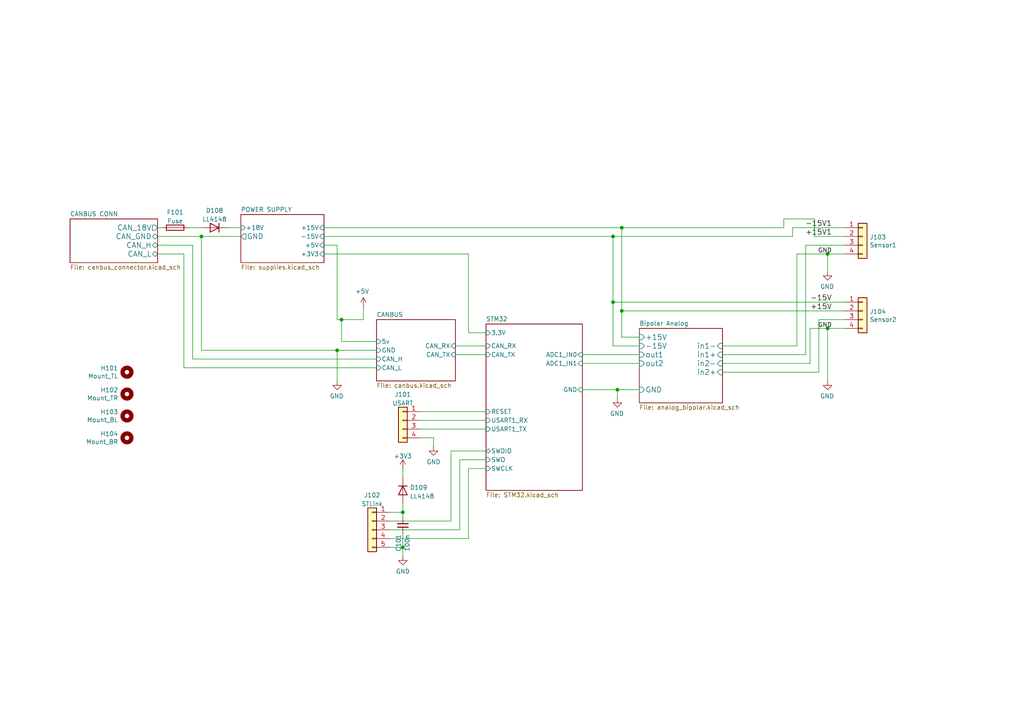
<source format=kicad_sch>
(kicad_sch (version 20211123) (generator eeschema)
  (paper "A4")
  (lib_symbols
    (symbol "Connector_Generic:Conn_01x04" (pin_names (offset 1.016) hide)
      (property "Reference" "J" (at 0 5.08 0))
      (property "Value" "Conn_01x04" (at 0 -7.62 0))
      (symbol "Conn_01x04_1_1"
        (rectangle (start -1.27 -4.953) (end 0 -5.207) (stroke (width 0.1524)))
        (rectangle (start -1.27 -2.413) (end 0 -2.667) (stroke (width 0.1524)))
        (rectangle (start -1.27 0.127) (end 0 -0.127) (stroke (width 0.1524)))
        (rectangle (start -1.27 2.667) (end 0 2.413) (stroke (width 0.1524)))
        (rectangle (start -1.27 3.81) (end 1.27 -6.35) (stroke (width 0.254)) (fill (type background)))
        (pin passive line (at -5.08 2.54 0) (length 3.81) (name "Pin_1") (number "1"))
        (pin passive line (at -5.08 0 0) (length 3.81) (name "Pin_2") (number "2"))
        (pin passive line (at -5.08 -2.54 0) (length 3.81) (name "Pin_3") (number "3"))
        (pin passive line (at -5.08 -5.08 0) (length 3.81) (name "Pin_4") (number "4"))
      )
    )
    (symbol "Connector_Generic:Conn_01x05" (pin_names (offset 1.016) hide)
      (property "Reference" "J" (at 0 7.62 0))
      (property "Value" "Conn_01x05" (at 0 -7.62 0))
      (symbol "Conn_01x05_1_1"
        (rectangle (start -1.27 -4.953) (end 0 -5.207) (stroke (width 0.1524)))
        (rectangle (start -1.27 -2.413) (end 0 -2.667) (stroke (width 0.1524)))
        (rectangle (start -1.27 0.127) (end 0 -0.127) (stroke (width 0.1524)))
        (rectangle (start -1.27 2.667) (end 0 2.413) (stroke (width 0.1524)))
        (rectangle (start -1.27 5.207) (end 0 4.953) (stroke (width 0.1524)))
        (rectangle (start -1.27 6.35) (end 1.27 -6.35) (stroke (width 0.254)) (fill (type background)))
        (pin passive line (at -5.08 5.08 0) (length 3.81) (name "Pin_1") (number "1"))
        (pin passive line (at -5.08 2.54 0) (length 3.81) (name "Pin_2") (number "2"))
        (pin passive line (at -5.08 0 0) (length 3.81) (name "Pin_3") (number "3"))
        (pin passive line (at -5.08 -2.54 0) (length 3.81) (name "Pin_4") (number "4"))
        (pin passive line (at -5.08 -5.08 0) (length 3.81) (name "Pin_5") (number "5"))
      )
    )
    (symbol "Device:C_Small" (pin_numbers hide) (pin_names (offset 0.254) hide)
      (property "Reference" "C" (at 0.254 1.778 0))
      (property "Value" "C_Small" (at 0.254 -2.032 0))
      (symbol "C_Small_0_1"
        (polyline (pts (xy -1.524 -0.508) (xy 1.524 -0.508)) (stroke (width 0.3302)))
        (polyline (pts (xy -1.524 0.508) (xy 1.524 0.508)) (stroke (width 0.3048)))
      )
      (symbol "C_Small_1_1"
        (pin passive line (at 0 2.54 270) (length 2.032) (name "~") (number "1"))
        (pin passive line (at 0 -2.54 90) (length 2.032) (name "~") (number "2"))
      )
    )
    (symbol "Device:Fuse" (pin_numbers hide) (pin_names (offset 0))
      (property "Reference" "F" (at 2.032 0 90))
      (property "Value" "Fuse" (at -1.905 0 90))
      (symbol "Fuse_0_1"
        (rectangle (start -0.762 -2.54) (end 0.762 2.54) (stroke (width 0.254)))
        (polyline (pts (xy 0 2.54) (xy 0 -2.54)))
      )
      (symbol "Fuse_1_1"
        (pin passive line (at 0 3.81 270) (length 1.27) (name "~") (number "1"))
        (pin passive line (at 0 -3.81 90) (length 1.27) (name "~") (number "2"))
      )
    )
    (symbol "Diode:LL4148" (pin_numbers hide) (pin_names (offset 1.016) hide)
      (property "Reference" "D" (at 0 2.54 0))
      (property "Value" "LL4148" (at 0 -2.54 0))
      (symbol "LL4148_0_1"
        (polyline (pts (xy -1.27 1.27) (xy -1.27 -1.27)) (stroke (width 0.254)))
        (polyline (pts (xy 1.27 0) (xy -1.27 0)))
        (polyline (pts (xy 1.27 1.27) (xy 1.27 -1.27) (xy -1.27 0) (xy 1.27 1.27)) (stroke (width 0.254)))
      )
      (symbol "LL4148_1_1"
        (pin passive line (at -3.81 0 0) (length 2.54) (name "K") (number "1"))
        (pin passive line (at 3.81 0 180) (length 2.54) (name "A") (number "2"))
      )
    )
    (symbol "Mechanical:MountingHole" (pin_names (offset 1.016))
      (property "Reference" "H" (at 0 5.08 0))
      (property "Value" "MountingHole" (at 0 3.175 0))
      (symbol "MountingHole_0_1"
        (circle (center 0 0) (radius 1.27) (stroke (width 1.27)))
      )
    )
    (symbol "power:+3.3V" (power) (pin_names (offset 0))
      (property "Value" "+3.3V" (at 0 3.556 0))
      (symbol "+3.3V_0_1"
        (polyline (pts (xy -0.762 1.27) (xy 0 2.54)))
        (polyline (pts (xy 0 0) (xy 0 2.54)))
        (polyline (pts (xy 0 2.54) (xy 0.762 1.27)))
      )
      (symbol "+3.3V_1_1"
        (pin power_in line (at 0 0 90) (length 0) hide (name "+3V3") (number "1"))
      )
    )
    (symbol "power:+5V" (power) (pin_names (offset 0))
      (property "Value" "+5V" (at 0 3.556 0))
      (symbol "+5V_0_1"
        (polyline (pts (xy -0.762 1.27) (xy 0 2.54)))
        (polyline (pts (xy 0 0) (xy 0 2.54)))
        (polyline (pts (xy 0 2.54) (xy 0.762 1.27)))
      )
      (symbol "+5V_1_1"
        (pin power_in line (at 0 0 90) (length 0) hide (name "+5V") (number "1"))
      )
    )
    (symbol "power:GND" (power) (pin_names (offset 0))
      (property "Value" "GND" (at 0 -3.81 0))
      (symbol "GND_0_1"
        (polyline (pts (xy 0 0) (xy 0 -1.27) (xy 1.27 -1.27) (xy 0 -2.54) (xy -1.27 -1.27) (xy 0 -1.27)))
      )
      (symbol "GND_1_1"
        (pin power_in line (at 0 0 270) (length 0) hide (name "GND") (number "1"))
      )
    )
  )
  (junction (at 180.34 90.17))
  (junction (at 177.8 68.58))
  (junction (at 99.06 92.71))
  (junction (at 240.03 95.25))
  (junction (at 116.84 148.59))
  (junction (at 240.03 73.66))
  (junction (at 97.79 101.6))
  (junction (at 179.07 113.03))
  (junction (at 180.34 66.04))
  (junction (at 116.84 158.75))
  (junction (at 58.42 68.58))
  (junction (at 177.8 87.63))
  (wire (pts (xy 53.34 106.68) (xy 109.22 106.68)))
  (wire (pts (xy 130.81 151.13) (xy 113.03 151.13)))
  (wire (pts (xy 105.41 88.9) (xy 105.41 92.71)))
  (wire (pts (xy 116.84 146.05) (xy 116.84 148.59)))
  (wire (pts (xy 116.84 135.89) (xy 116.84 138.43)))
  (wire (pts (xy 121.92 124.46) (xy 140.97 124.46)))
  (wire (pts (xy 233.68 102.87) (xy 209.55 102.87)))
  (wire (pts (xy 132.08 102.87) (xy 140.97 102.87)))
  (wire (pts (xy 130.81 130.81) (xy 130.81 151.13)))
  (wire (pts (xy 116.84 154.94) (xy 116.84 158.75)))
  (wire (pts (xy 93.98 73.66) (xy 135.89 73.66)))
  (wire (pts (xy 55.88 71.12) (xy 55.88 104.14)))
  (wire (pts (xy 236.22 68.58) (xy 236.22 63.5)))
  (wire (pts (xy 180.34 90.17) (xy 180.34 97.79)))
  (wire (pts (xy 233.68 71.12) (xy 233.68 102.87)))
  (wire (pts (xy 227.33 66.04) (xy 180.34 66.04)))
  (wire (pts (xy 180.34 97.79) (xy 185.42 97.79)))
  (wire (pts (xy 45.72 73.66) (xy 53.34 73.66)))
  (wire (pts (xy 185.42 113.03) (xy 179.07 113.03)))
  (wire (pts (xy 121.92 119.38) (xy 140.97 119.38)))
  (wire (pts (xy 97.79 101.6) (xy 97.79 110.49)))
  (wire (pts (xy 93.98 66.04) (xy 180.34 66.04)))
  (wire (pts (xy 245.11 68.58) (xy 236.22 68.58)))
  (wire (pts (xy 229.87 68.58) (xy 229.87 66.04)))
  (wire (pts (xy 177.8 68.58) (xy 177.8 87.63)))
  (wire (pts (xy 231.14 100.33) (xy 209.55 100.33)))
  (wire (pts (xy 132.08 100.33) (xy 140.97 100.33)))
  (wire (pts (xy 99.06 99.06) (xy 109.22 99.06)))
  (wire (pts (xy 245.11 90.17) (xy 180.34 90.17)))
  (wire (pts (xy 58.42 68.58) (xy 45.72 68.58)))
  (wire (pts (xy 237.49 92.71) (xy 237.49 107.95)))
  (wire (pts (xy 99.06 92.71) (xy 97.79 92.71)))
  (wire (pts (xy 240.03 110.49) (xy 240.03 95.25)))
  (wire (pts (xy 240.03 73.66) (xy 240.03 78.74)))
  (wire (pts (xy 245.11 71.12) (xy 233.68 71.12)))
  (wire (pts (xy 168.91 113.03) (xy 179.07 113.03)))
  (wire (pts (xy 234.95 95.25) (xy 234.95 105.41)))
  (wire (pts (xy 53.34 73.66) (xy 53.34 106.68)))
  (wire (pts (xy 135.89 96.52) (xy 140.97 96.52)))
  (wire (pts (xy 236.22 63.5) (xy 227.33 63.5)))
  (wire (pts (xy 237.49 107.95) (xy 209.55 107.95)))
  (wire (pts (xy 97.79 101.6) (xy 58.42 101.6)))
  (wire (pts (xy 113.03 156.21) (xy 135.89 156.21)))
  (wire (pts (xy 234.95 105.41) (xy 209.55 105.41)))
  (wire (pts (xy 69.85 68.58) (xy 58.42 68.58)))
  (wire (pts (xy 55.88 71.12) (xy 45.72 71.12)))
  (wire (pts (xy 93.98 71.12) (xy 97.79 71.12)))
  (wire (pts (xy 46.99 66.04) (xy 45.72 66.04)))
  (wire (pts (xy 229.87 66.04) (xy 245.11 66.04)))
  (wire (pts (xy 240.03 73.66) (xy 231.14 73.66)))
  (wire (pts (xy 245.11 92.71) (xy 237.49 92.71)))
  (wire (pts (xy 231.14 73.66) (xy 231.14 100.33)))
  (wire (pts (xy 54.61 66.04) (xy 58.42 66.04)))
  (wire (pts (xy 168.91 102.87) (xy 185.42 102.87)))
  (wire (pts (xy 125.73 127) (xy 125.73 129.54)))
  (wire (pts (xy 135.89 135.89) (xy 135.89 156.21)))
  (wire (pts (xy 121.92 121.92) (xy 140.97 121.92)))
  (wire (pts (xy 121.92 127) (xy 125.73 127)))
  (wire (pts (xy 116.84 148.59) (xy 116.84 149.86)))
  (wire (pts (xy 93.98 68.58) (xy 177.8 68.58)))
  (wire (pts (xy 130.81 130.81) (xy 140.97 130.81)))
  (wire (pts (xy 240.03 95.25) (xy 234.95 95.25)))
  (wire (pts (xy 133.35 153.67) (xy 113.03 153.67)))
  (wire (pts (xy 245.11 73.66) (xy 240.03 73.66)))
  (wire (pts (xy 135.89 73.66) (xy 135.89 96.52)))
  (wire (pts (xy 97.79 92.71) (xy 97.79 71.12)))
  (wire (pts (xy 99.06 92.71) (xy 99.06 99.06)))
  (wire (pts (xy 180.34 66.04) (xy 180.34 90.17)))
  (wire (pts (xy 227.33 63.5) (xy 227.33 66.04)))
  (wire (pts (xy 116.84 158.75) (xy 116.84 161.29)))
  (wire (pts (xy 245.11 95.25) (xy 240.03 95.25)))
  (wire (pts (xy 105.41 92.71) (xy 99.06 92.71)))
  (wire (pts (xy 97.79 101.6) (xy 109.22 101.6)))
  (wire (pts (xy 168.91 105.41) (xy 185.42 105.41)))
  (wire (pts (xy 113.03 148.59) (xy 116.84 148.59)))
  (wire (pts (xy 177.8 87.63) (xy 177.8 100.33)))
  (wire (pts (xy 179.07 115.57) (xy 179.07 113.03)))
  (wire (pts (xy 177.8 100.33) (xy 185.42 100.33)))
  (wire (pts (xy 245.11 87.63) (xy 177.8 87.63)))
  (wire (pts (xy 133.35 133.35) (xy 140.97 133.35)))
  (wire (pts (xy 229.87 68.58) (xy 177.8 68.58)))
  (wire (pts (xy 133.35 133.35) (xy 133.35 153.67)))
  (wire (pts (xy 55.88 104.14) (xy 109.22 104.14)))
  (wire (pts (xy 58.42 101.6) (xy 58.42 68.58)))
  (wire (pts (xy 113.03 158.75) (xy 116.84 158.75)))
  (wire (pts (xy 69.85 66.04) (xy 66.04 66.04)))
  (wire (pts (xy 140.97 135.89) (xy 135.89 135.89)))
  (label "GND" (at 241.3 95.25 180))
  (label "-15V" (at 241.3 87.63 180) (effects (font (size 1.524 1.524))))
  (label "+15V1" (at 241.3 68.58 180) (effects (font (size 1.524 1.524))))
  (label "-15V1" (at 241.3 66.04 180) (effects (font (size 1.524 1.524))))
  (label "GND" (at 241.3 73.66 180))
  (label "+15V" (at 241.3 90.17 180) (effects (font (size 1.524 1.524))))
  (symbol (lib_id "Mechanical:MountingHole") (at 36.83 107.95 0) (mirror y) (unit 1)
    (property "Reference" "H101" (at 34.29 106.7816 0) (effects (justify left)))
    (property "Value" "Mount_TL" (at 34.29 109.093 0) (effects (justify left)))
    (property "Footprint" "MountingHole:MountingHole_3.2mm_M3" (effects hide))
  )
  (symbol (lib_id "Mechanical:MountingHole") (at 36.83 114.3 0) (mirror y) (unit 1)
    (property "Reference" "H102" (at 34.29 113.1316 0) (effects (justify left)))
    (property "Value" "Mount_TR" (at 34.29 115.443 0) (effects (justify left)))
    (property "Footprint" "MountingHole:MountingHole_3.2mm_M3" (effects hide))
  )
  (symbol (lib_id "Mechanical:MountingHole") (at 36.83 120.65 0) (mirror y) (unit 1)
    (property "Reference" "H103" (at 34.29 119.4816 0) (effects (justify left)))
    (property "Value" "Mount_BL" (at 34.29 121.793 0) (effects (justify left)))
    (property "Footprint" "MountingHole:MountingHole_3.2mm_M3" (effects hide))
  )
  (symbol (lib_id "Mechanical:MountingHole") (at 36.83 127 0) (mirror y) (unit 1)
    (property "Reference" "H104" (at 34.29 125.8316 0) (effects (justify left)))
    (property "Value" "Mount_BR" (at 34.29 128.143 0) (effects (justify left)))
    (property "Footprint" "MountingHole:MountingHole_3.2mm_M3" (effects hide))
  )
  (symbol (lib_id "power:GND") (at 179.07 115.57 0) (mirror y) (unit 1)
    (property "Reference" "#PWR0106" (effects hide))
    (property "Value" "GND" (at 178.943 119.9642 0))
  )
  (symbol (lib_id "power:+5V") (at 105.41 88.9 0) (mirror y) (unit 1)
    (property "Reference" "#PWR0102" (effects hide))
    (property "Value" "+5V" (at 105.029 84.5058 0))
  )
  (symbol (lib_id "power:GND") (at 97.79 110.49 0) (mirror y) (unit 1)
    (property "Reference" "#PWR0101" (effects hide))
    (property "Value" "GND" (at 97.663 114.8842 0))
  )
  (symbol (lib_id "power:GND") (at 240.03 110.49 0) (mirror y) (unit 1)
    (property "Reference" "#PWR0108" (effects hide))
    (property "Value" "GND" (at 239.903 114.8842 0))
  )
  (symbol (lib_id "power:GND") (at 240.03 78.74 0) (mirror y) (unit 1)
    (property "Reference" "#PWR0107" (effects hide))
    (property "Value" "GND" (at 239.903 83.1342 0))
  )
  (symbol (lib_id "Connector_Generic:Conn_01x04") (at 250.19 68.58 0) (unit 1)
    (property "Reference" "J103" (at 252.222 68.7832 0) (effects (justify left)))
    (property "Value" "Sensor1" (at 252.222 71.0946 0) (effects (justify left)))
    (property "Footprint" "Connector_Phoenix_MSTB:PhoenixContact_MSTBA_2,5_4-G-5,08_1x04_P5.08mm_Horizontal" (effects hide))
  )
  (symbol (lib_id "Connector_Generic:Conn_01x04") (at 250.19 90.17 0) (unit 1)
    (property "Reference" "J104" (at 252.222 90.3732 0) (effects (justify left)))
    (property "Value" "Sensor2" (at 252.222 92.6846 0) (effects (justify left)))
    (property "Footprint" "Connector_Phoenix_MSTB:PhoenixContact_MSTBA_2,5_4-G-5,08_1x04_P5.08mm_Horizontal" (effects hide))
  )
  (symbol (lib_id "power:GND") (at 125.73 129.54 0) (unit 1)
    (property "Reference" "#PWR0103" (effects hide))
    (property "Value" "GND" (at 125.73 133.9834 0))
  )
  (symbol (lib_id "power:GND") (at 116.84 161.29 0) (unit 1)
    (property "Reference" "#PWR0105" (effects hide))
    (property "Value" "GND" (at 116.84 165.7334 0))
  )
  (symbol (lib_id "Diode:LL4148") (at 116.84 142.24 270) (unit 1)
    (property "Reference" "D109" (at 118.872 141.4053 90) (effects (justify left)))
    (property "Value" "LL4148" (at 118.872 143.9422 90) (effects (justify left)))
    (property "Footprint" "Diode_SMD:D_MiniMELF" (effects hide))
    (property "Datasheet" "http://www.vishay.com/docs/85557/ll4148.pdf" (effects hide))
  )
  (symbol (lib_id "Diode:LL4148") (at 62.23 66.04 180) (unit 1)
    (property "Reference" "D108" (at 62.23 61.0702 0))
    (property "Value" "LL4148" (at 62.23 63.6071 0))
    (property "Footprint" "Diode_SMD:D_MiniMELF" (effects hide))
    (property "Datasheet" "http://www.vishay.com/docs/85557/ll4148.pdf" (effects hide))
  )
  (symbol (lib_id "Connector_Generic:Conn_01x04") (at 116.84 121.92 0) (mirror y) (unit 1)
    (property "Reference" "J101" (at 116.84 114.4102 0))
    (property "Value" "USART" (at 116.84 116.9471 0))
    (property "Footprint" "Connector_PinHeader_2.54mm:PinHeader_1x04_P2.54mm_Vertical_SMD_Pin1Left" (effects hide))
  )
  (symbol (lib_id "Connector_Generic:Conn_01x05") (at 107.95 153.67 0) (mirror y) (unit 1)
    (property "Reference" "J102" (at 107.95 143.6202 0))
    (property "Value" "STLink" (at 107.95 146.1571 0))
    (property "Footprint" "Connector_PinHeader_2.54mm:PinHeader_1x05_P2.54mm_Vertical_SMD_Pin1Left" (effects hide))
  )
  (symbol (lib_id "Device:Fuse") (at 50.8 66.04 90) (unit 1)
    (property "Reference" "F101" (at 50.8 61.5782 90))
    (property "Value" "Fuse" (at 50.8 64.1151 90))
    (property "Footprint" "Fuse:Fuse_1812_4532Metric_Pad1.30x3.40mm_HandSolder" (effects hide))
  )
  (symbol (lib_id "power:+3.3V") (at 116.84 135.89 0) (unit 1)
    (property "Reference" "#PWR0104" (effects hide))
    (property "Value" "+3.3V" (at 116.84 132.3142 0))
  )
  (symbol (lib_id "Device:C_Small") (at 116.84 152.4 0) (mirror x) (unit 1)
    (property "Reference" "C101" (at 115.57 157.48 90))
    (property "Value" "100n" (at 118.11 157.48 90))
    (property "Footprint" "Capacitor_SMD:C_0603_1608Metric_Pad1.08x0.95mm_HandSolder" (effects hide))
  )
  (sheet (at 185.42 95.25) (size 24.13 21.59)
    (property "Sheet name" "Bipolar Analog" (at 185.42 94.5384 0) (effects (justify left bottom)))
    (property "Sheet file" "analog_bipolar.kicad_sch" (at 185.42 117.4246 0) (effects (justify left top)))
    (pin "out1" input (at 185.42 102.87 180) (effects (font (size 1.524 1.524))))
    (pin "GND" input (at 185.42 113.03 180) (effects (font (size 1.524 1.524))))
    (pin "in1-" input (at 209.55 100.33 0) (effects (font (size 1.524 1.524))))
    (pin "in1+" input (at 209.55 102.87 0) (effects (font (size 1.524 1.524))))
    (pin "out2" input (at 185.42 105.41 180) (effects (font (size 1.524 1.524))))
    (pin "in2-" input (at 209.55 105.41 0) (effects (font (size 1.524 1.524))))
    (pin "in2+" input (at 209.55 107.95 0) (effects (font (size 1.524 1.524))))
    (pin "+15V" input (at 185.42 97.79 180) (effects (font (size 1.524 1.524))))
    (pin "-15V" input (at 185.42 100.33 180) (effects (font (size 1.524 1.524))))
  )
  (sheet (at 69.85 62.23) (size 24.13 13.97)
    (property "Sheet name" "POWER SUPPLY" (at 69.85 61.5184 0) (effects (justify left bottom)))
    (property "Sheet file" "supplies.kicad_sch" (at 69.85 76.7846 0) (effects (justify left top)))
    (pin "GND" output (at 69.85 68.58 180) (effects (font (size 1.524 1.524))))
    (pin "+3V3" input (at 93.98 73.66 0))
    (pin "+15V" input (at 93.98 66.04 0))
    (pin "+5V" input (at 93.98 71.12 0))
    (pin "-15V" input (at 93.98 68.58 0))
    (pin "+18V" input (at 69.85 66.04 180))
  )
  (sheet (at 20.32 63.5) (size 25.4 12.7)
    (property "Sheet name" "CANBUS CONN" (at 20.32 62.7884 0) (effects (justify left bottom)))
    (property "Sheet file" "canbus_connector.kicad_sch" (at 20.32 76.7846 0) (effects (justify left top)))
    (pin "CAN_H" bidirectional (at 45.72 71.12 0) (effects (font (size 1.524 1.524))))
    (pin "CAN_L" bidirectional (at 45.72 73.66 0) (effects (font (size 1.524 1.524))))
    (pin "CAN_18V" output (at 45.72 66.04 0) (effects (font (size 1.524 1.524))))
    (pin "CAN_GND" bidirectional (at 45.72 68.58 0) (effects (font (size 1.524 1.524))))
  )
  (sheet (at 109.22 92.71) (size 22.86 17.78) (stroke (width 0.1524))
    (property "Sheet name" "CANBUS" (at 109.22 91.9984 0) (effects (justify left bottom)))
    (property "Sheet file" "canbus.kicad_sch" (at 109.22 111.0746 0) (effects (justify left top)))
    (pin "GND" input (at 109.22 101.6 180))
    (pin "5v" input (at 109.22 99.06 180))
    (pin "CAN_RX" input (at 132.08 100.33 0))
    (pin "CAN_TX" input (at 132.08 102.87 0))
    (pin "CAN_H" input (at 109.22 104.14 180))
    (pin "CAN_L" input (at 109.22 106.68 180))
  )
  (sheet (at 140.97 93.98) (size 27.94 48.26) (stroke (width 0.1524))
    (property "Sheet name" "STM32" (at 140.97 93.2684 0) (effects (justify left bottom)))
    (property "Sheet file" "STM32.kicad_sch" (at 140.97 142.8246 0) (effects (justify left top)))
    (pin "ADC1_IN0" input (at 168.91 102.87 0))
    (pin "ADC1_IN1" input (at 168.91 105.41 0))
    (pin "CAN_RX" input (at 140.97 100.33 180))
    (pin "CAN_TX" input (at 140.97 102.87 180))
    (pin "SWCLK" input (at 140.97 135.89 180))
    (pin "SWDIO" bidirectional (at 140.97 130.81 180))
    (pin "RESET" input (at 140.97 119.38 180))
    (pin "USART1_RX" input (at 140.97 121.92 180))
    (pin "USART1_TX" input (at 140.97 124.46 180))
    (pin "SWO" input (at 140.97 133.35 180))
    (pin "3.3V" input (at 140.97 96.52 180))
    (pin "GND" input (at 168.91 113.03 0))
  )
)
</source>
